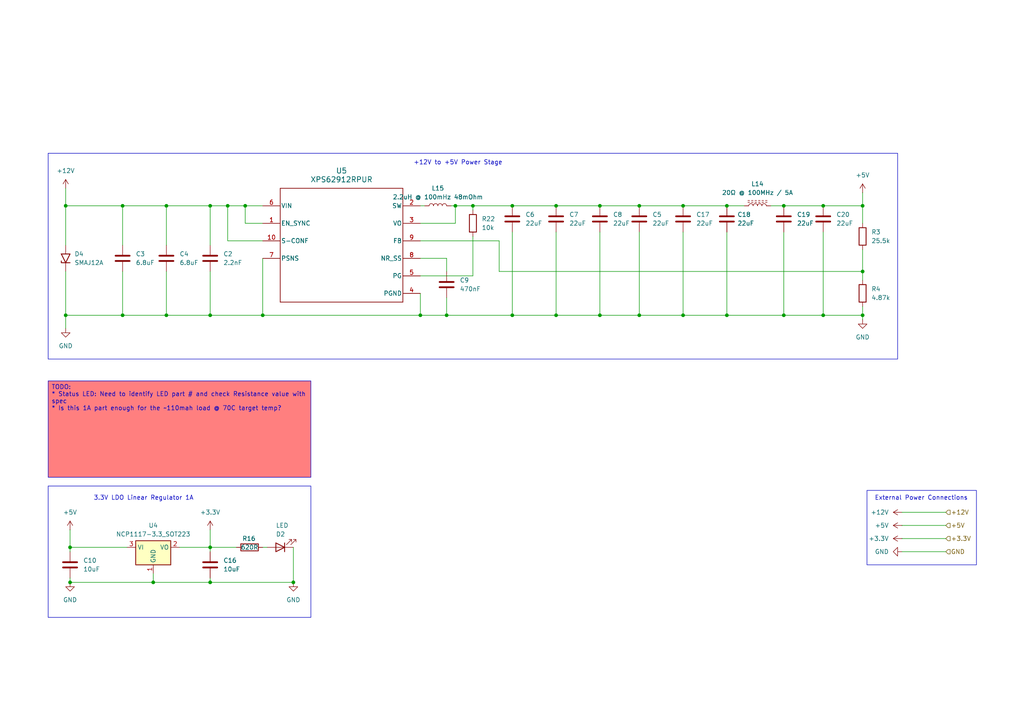
<source format=kicad_sch>
(kicad_sch (version 20231120) (generator "eeschema") (generator_version "8.0")
  (paper "A4")
  (lib_symbols
    (symbol "Device:C" (pin_numbers hide) (pin_names (offset 0.254))
      (property "Reference" "C" (at 0.635 2.54 0))
      (property "Value" "C" (at 0.635 -2.54 0))
      (symbol "C_0_1"
        (polyline (pts (xy -2.032 -0.762) (xy 2.032 -0.762)) (stroke (width 0.508)))
        (polyline (pts (xy -2.032 0.762) (xy 2.032 0.762)) (stroke (width 0.508)))
      )
      (symbol "C_1_1"
        (pin passive line (at 0 3.81 270) (length 2.794) (name "~") (number "1"))
        (pin passive line (at 0 -3.81 90) (length 2.794) (name "~") (number "2"))
      )
    )
    (symbol "Device:L" (pin_numbers hide) (pin_names (offset 1.016) hide)
      (property "Reference" "L" (at -1.27 0 90))
      (property "Value" "L" (at 1.905 0 90))
      (symbol "L_0_1"
        (arc (start 0 -2.54) (mid 0.6323 -1.905) (end 0 -1.27))
        (arc (start 0 -1.27) (mid 0.6323 -0.635) (end 0 0))
        (arc (start 0 0) (mid 0.6323 0.635) (end 0 1.27))
        (arc (start 0 1.27) (mid 0.6323 1.905) (end 0 2.54))
      )
      (symbol "L_1_1"
        (pin passive line (at 0 3.81 270) (length 1.27) (name "1") (number "1"))
        (pin passive line (at 0 -3.81 90) (length 1.27) (name "2") (number "2"))
      )
    )
    (symbol "Device:LED" (pin_numbers hide) (pin_names (offset 1.016) hide)
      (property "Reference" "D" (at 0 2.54 0))
      (property "Value" "LED" (at 0 -2.54 0))
      (symbol "LED_0_1"
        (polyline (pts (xy -1.27 -1.27) (xy -1.27 1.27)) (stroke (width 0.254)))
        (polyline (pts (xy -1.27 0) (xy 1.27 0)))
        (polyline (pts (xy 1.27 -1.27) (xy 1.27 1.27) (xy -1.27 0) (xy 1.27 -1.27)) (stroke (width 0.254)))
        (polyline (pts (xy -3.048 -0.762) (xy -4.572 -2.286) (xy -3.81 -2.286) (xy -4.572 -2.286) (xy -4.572 -1.524)))
        (polyline (pts (xy -1.778 -0.762) (xy -3.302 -2.286) (xy -2.54 -2.286) (xy -3.302 -2.286) (xy -3.302 -1.524)))
      )
      (symbol "LED_1_1"
        (pin passive line (at -3.81 0 0) (length 2.54) (name "K") (number "1"))
        (pin passive line (at 3.81 0 180) (length 2.54) (name "A") (number "2"))
      )
    )
    (symbol "Device:L_Ferrite" (pin_numbers hide) (pin_names (offset 1.016) hide)
      (property "Reference" "L" (at -1.27 0 90))
      (property "Value" "L_Ferrite" (at 2.794 0 90))
      (symbol "L_Ferrite_0_1"
        (arc (start 0 -2.54) (mid 0.6323 -1.905) (end 0 -1.27))
        (arc (start 0 -1.27) (mid 0.6323 -0.635) (end 0 0))
        (polyline (pts (xy 1.016 -2.794) (xy 1.016 -2.286)))
        (polyline (pts (xy 1.016 -1.778) (xy 1.016 -1.27)))
        (polyline (pts (xy 1.016 -0.762) (xy 1.016 -0.254)))
        (polyline (pts (xy 1.016 0.254) (xy 1.016 0.762)))
        (polyline (pts (xy 1.016 1.27) (xy 1.016 1.778)))
        (polyline (pts (xy 1.016 2.286) (xy 1.016 2.794)))
        (polyline (pts (xy 1.524 -2.286) (xy 1.524 -2.794)))
        (polyline (pts (xy 1.524 -1.27) (xy 1.524 -1.778)))
        (polyline (pts (xy 1.524 -0.254) (xy 1.524 -0.762)))
        (polyline (pts (xy 1.524 0.762) (xy 1.524 0.254)))
        (polyline (pts (xy 1.524 1.778) (xy 1.524 1.27)))
        (polyline (pts (xy 1.524 2.794) (xy 1.524 2.286)))
        (arc (start 0 0) (mid 0.6323 0.635) (end 0 1.27))
        (arc (start 0 1.27) (mid 0.6323 1.905) (end 0 2.54))
      )
      (symbol "L_Ferrite_1_1"
        (pin passive line (at 0 3.81 270) (length 1.27) (name "1") (number "1"))
        (pin passive line (at 0 -3.81 90) (length 1.27) (name "2") (number "2"))
      )
    )
    (symbol "Device:R" (pin_numbers hide) (pin_names (offset 0))
      (property "Reference" "R" (at 2.032 0 90))
      (property "Value" "R" (at 0 0 90))
      (symbol "R_0_1"
        (rectangle (start -1.016 -2.54) (end 1.016 2.54) (stroke (width 0.254)))
      )
      (symbol "R_1_1"
        (pin passive line (at 0 3.81 270) (length 1.27) (name "~") (number "1"))
        (pin passive line (at 0 -3.81 90) (length 1.27) (name "~") (number "2"))
      )
    )
    (symbol "Diode:SMAJ12A" (pin_numbers hide) (pin_names (offset 1.016) hide)
      (property "Reference" "D" (at 0 2.54 0))
      (property "Value" "SMAJ12A" (at 0 -2.54 0))
      (symbol "SMAJ12A_0_1"
        (polyline (pts (xy -0.762 1.27) (xy -1.27 1.27) (xy -1.27 -1.27)) (stroke (width 0.254)))
        (polyline (pts (xy 1.27 1.27) (xy 1.27 -1.27) (xy -1.27 0) (xy 1.27 1.27)) (stroke (width 0.254)))
      )
      (symbol "SMAJ12A_1_1"
        (pin passive line (at -3.81 0 0) (length 2.54) (name "A1") (number "1"))
        (pin passive line (at 3.81 0 180) (length 2.54) (name "A2") (number "2"))
      )
    )
    (symbol "Regulator_Linear:NCP1117-3.3_SOT223"
      (property "Reference" "U" (at -3.81 3.175 0))
      (property "Value" "NCP1117-3.3_SOT223" (at 0 3.175 0))
      (symbol "NCP1117-3.3_SOT223_0_1"
        (rectangle (start -5.08 -5.08) (end 5.08 1.905) (stroke (width 0.254)) (fill (type background)))
      )
      (symbol "NCP1117-3.3_SOT223_1_1"
        (pin power_in line (at 0 -7.62 90) (length 2.54) (name "GND") (number "1"))
        (pin power_out line (at 7.62 0 180) (length 2.54) (name "VO") (number "2"))
        (pin power_in line (at -7.62 0 0) (length 2.54) (name "VI") (number "3"))
      )
    )
    (symbol "TPS62912:XPS62912RPUR" (pin_names (offset 0.254))
      (property "Reference" "U" (at 0 2.54 0))
      (property "Value" "XPS62912RPUR" (at 0 0 0))
      (symbol "XPS62912RPUR_0_1"
        (polyline (pts (xy 5.08 -27.94) (xy 40.64 -27.94)) (stroke (width 0.2032)))
        (polyline (pts (xy 5.08 5.08) (xy 5.08 -27.94)) (stroke (width 0.2032)))
        (polyline (pts (xy 40.64 -27.94) (xy 40.64 5.08)) (stroke (width 0.2032)))
        (polyline (pts (xy 40.64 5.08) (xy 5.08 5.08)) (stroke (width 0.2032)))
        (pin input line (at 0 -5.08 0) (length 5.08) (name "EN_SYNC") (number "1"))
        (pin power_in line (at 0 -10.16 0) (length 5.08) (name "S-CONF") (number "10"))
        (pin unspecified line (at 45.72 0 180) (length 5.08) (name "SW") (number "2"))
        (pin unspecified line (at 45.72 -5.08 180) (length 5.08) (name "VO") (number "3"))
        (pin power_in line (at 45.72 -25.4 180) (length 5.08) (name "PGND") (number "4"))
        (pin open_collector line (at 45.72 -20.32 180) (length 5.08) (name "PG") (number "5"))
        (pin power_in line (at 0 0 0) (length 5.08) (name "VIN") (number "6"))
        (pin power_in line (at 0 -15.24 0) (length 5.08) (name "PSNS") (number "7"))
        (pin unspecified line (at 45.72 -15.24 180) (length 5.08) (name "NR_SS") (number "8"))
        (pin unspecified line (at 45.72 -10.16 180) (length 5.08) (name "FB") (number "9"))
      )
    )
    (symbol "power:+12V" (power) (pin_numbers hide) (pin_names (offset 0) hide)
      (property "Value" "+12V" (at 0 3.556 0))
      (symbol "+12V_0_1"
        (polyline (pts (xy -0.762 1.27) (xy 0 2.54)))
        (polyline (pts (xy 0 0) (xy 0 2.54)))
        (polyline (pts (xy 0 2.54) (xy 0.762 1.27)))
      )
      (symbol "+12V_1_1"
        (pin power_in line (at 0 0 90) (length 0) (name "~") (number "1"))
      )
    )
    (symbol "power:+24V" (power) (pin_numbers hide) (pin_names (offset 0) hide)
      (property "Value" "+24V" (at 0 3.556 0))
      (symbol "+24V_0_1"
        (polyline (pts (xy -0.762 1.27) (xy 0 2.54)))
        (polyline (pts (xy 0 0) (xy 0 2.54)))
        (polyline (pts (xy 0 2.54) (xy 0.762 1.27)))
      )
      (symbol "+24V_1_1"
        (pin power_in line (at 0 0 90) (length 0) (name "~") (number "1"))
      )
    )
    (symbol "power:+5V" (power) (pin_numbers hide) (pin_names (offset 0) hide)
      (property "Value" "+5V" (at 0 3.556 0))
      (symbol "+5V_0_1"
        (polyline (pts (xy -0.762 1.27) (xy 0 2.54)))
        (polyline (pts (xy 0 0) (xy 0 2.54)))
        (polyline (pts (xy 0 2.54) (xy 0.762 1.27)))
      )
      (symbol "+5V_1_1"
        (pin power_in line (at 0 0 90) (length 0) (name "~") (number "1"))
      )
    )
    (symbol "power:GND" (power) (pin_numbers hide) (pin_names (offset 0) hide)
      (property "Value" "GND" (at 0 -3.81 0))
      (symbol "GND_0_1"
        (polyline (pts (xy 0 0) (xy 0 -1.27) (xy 1.27 -1.27) (xy 0 -2.54) (xy -1.27 -1.27) (xy 0 -1.27)))
      )
      (symbol "GND_1_1"
        (pin power_in line (at 0 0 270) (length 0) (name "~") (number "1"))
      )
    )
  )
  (junction (at 227.33 91.44))
  (junction (at 35.56 59.69))
  (junction (at 60.96 59.69))
  (junction (at 227.33 59.69))
  (junction (at 35.56 91.44))
  (junction (at 198.12 59.69))
  (junction (at 60.96 91.44))
  (junction (at 148.59 91.44))
  (junction (at 71.12 59.69))
  (junction (at 66.04 59.69))
  (junction (at 48.26 91.44))
  (junction (at 19.05 59.69))
  (junction (at 198.12 91.44))
  (junction (at 210.82 91.44))
  (junction (at 121.92 91.44))
  (junction (at 161.29 59.69))
  (junction (at 238.76 91.44))
  (junction (at 185.42 91.44))
  (junction (at 210.82 59.69))
  (junction (at 250.19 91.44))
  (junction (at 20.32 158.75))
  (junction (at 48.26 59.69))
  (junction (at 137.16 59.69))
  (junction (at 238.76 59.69))
  (junction (at 44.45 168.91))
  (junction (at 85.09 168.91))
  (junction (at 161.29 91.44))
  (junction (at 250.19 78.74))
  (junction (at 60.96 168.91))
  (junction (at 132.08 59.69))
  (junction (at 173.99 91.44))
  (junction (at 250.19 59.69))
  (junction (at 76.2 91.44))
  (junction (at 19.05 91.44))
  (junction (at 60.96 158.75))
  (junction (at 185.42 59.69))
  (junction (at 173.99 59.69))
  (junction (at 129.54 91.44))
  (junction (at 20.32 168.91))
  (junction (at 148.59 59.69))
  (wire (pts (xy 210.82 67.31) (xy 210.82 91.44)))
  (wire (pts (xy 60.96 168.91) (xy 60.96 167.64)))
  (wire (pts (xy 210.82 59.69) (xy 215.9 59.69)))
  (wire (pts (xy 76.2 158.75) (xy 77.47 158.75)))
  (wire (pts (xy 198.12 59.69) (xy 210.82 59.69)))
  (wire (pts (xy 173.99 91.44) (xy 185.42 91.44)))
  (wire (pts (xy 238.76 59.69) (xy 250.19 59.69)))
  (wire (pts (xy 85.09 168.91) (xy 85.09 158.75)))
  (wire (pts (xy 60.96 158.75) (xy 52.07 158.75)))
  (wire (pts (xy 137.16 59.69) (xy 148.59 59.69)))
  (wire (pts (xy 44.45 168.91) (xy 60.96 168.91)))
  (wire (pts (xy 227.33 67.31) (xy 227.33 91.44)))
  (wire (pts (xy 60.96 59.69) (xy 60.96 71.12)))
  (wire (pts (xy 121.92 69.85) (xy 144.78 69.85)))
  (wire (pts (xy 35.56 78.74) (xy 35.56 91.44)))
  (wire (pts (xy 148.59 67.31) (xy 148.59 91.44)))
  (wire (pts (xy 20.32 160.02) (xy 20.32 158.75)))
  (wire (pts (xy 148.59 59.69) (xy 161.29 59.69)))
  (wire (pts (xy 137.16 80.01) (xy 137.16 68.58)))
  (wire (pts (xy 238.76 91.44) (xy 250.19 91.44)))
  (wire (pts (xy 250.19 72.39) (xy 250.19 78.74)))
  (wire (pts (xy 121.92 91.44) (xy 76.2 91.44)))
  (wire (pts (xy 20.32 168.91) (xy 44.45 168.91)))
  (wire (pts (xy 20.32 158.75) (xy 36.83 158.75)))
  (wire (pts (xy 19.05 91.44) (xy 35.56 91.44)))
  (wire (pts (xy 261.62 152.4) (xy 274.32 152.4)))
  (wire (pts (xy 137.16 60.96) (xy 137.16 59.69)))
  (wire (pts (xy 250.19 81.28) (xy 250.19 78.74)))
  (wire (pts (xy 198.12 67.31) (xy 198.12 91.44)))
  (wire (pts (xy 20.32 168.91) (xy 20.32 167.64)))
  (wire (pts (xy 19.05 91.44) (xy 19.05 95.25)))
  (wire (pts (xy 227.33 59.69) (xy 238.76 59.69)))
  (wire (pts (xy 173.99 67.31) (xy 173.99 91.44)))
  (wire (pts (xy 130.81 59.69) (xy 132.08 59.69)))
  (wire (pts (xy 121.92 91.44) (xy 129.54 91.44)))
  (wire (pts (xy 60.96 78.74) (xy 60.96 91.44)))
  (wire (pts (xy 129.54 74.93) (xy 129.54 78.74)))
  (wire (pts (xy 19.05 54.61) (xy 19.05 59.69)))
  (wire (pts (xy 19.05 78.74) (xy 19.05 91.44)))
  (wire (pts (xy 35.56 59.69) (xy 48.26 59.69)))
  (wire (pts (xy 129.54 91.44) (xy 148.59 91.44)))
  (wire (pts (xy 19.05 59.69) (xy 35.56 59.69)))
  (wire (pts (xy 19.05 59.69) (xy 19.05 71.12)))
  (wire (pts (xy 185.42 59.69) (xy 198.12 59.69)))
  (wire (pts (xy 161.29 59.69) (xy 173.99 59.69)))
  (wire (pts (xy 250.19 91.44) (xy 250.19 92.71)))
  (wire (pts (xy 35.56 59.69) (xy 35.56 71.12)))
  (wire (pts (xy 132.08 64.77) (xy 132.08 59.69)))
  (wire (pts (xy 223.52 59.69) (xy 227.33 59.69)))
  (wire (pts (xy 185.42 91.44) (xy 198.12 91.44)))
  (wire (pts (xy 66.04 59.69) (xy 66.04 69.85)))
  (wire (pts (xy 250.19 88.9) (xy 250.19 91.44)))
  (wire (pts (xy 20.32 153.67) (xy 20.32 158.75)))
  (wire (pts (xy 76.2 91.44) (xy 60.96 91.44)))
  (wire (pts (xy 121.92 74.93) (xy 129.54 74.93)))
  (wire (pts (xy 60.96 153.67) (xy 60.96 158.75)))
  (wire (pts (xy 238.76 67.31) (xy 238.76 91.44)))
  (wire (pts (xy 48.26 78.74) (xy 48.26 91.44)))
  (wire (pts (xy 161.29 67.31) (xy 161.29 91.44)))
  (wire (pts (xy 76.2 91.44) (xy 76.2 74.93)))
  (wire (pts (xy 185.42 67.31) (xy 185.42 91.44)))
  (wire (pts (xy 144.78 69.85) (xy 144.78 78.74)))
  (wire (pts (xy 60.96 160.02) (xy 60.96 158.75)))
  (wire (pts (xy 121.92 64.77) (xy 132.08 64.77)))
  (wire (pts (xy 71.12 64.77) (xy 76.2 64.77)))
  (wire (pts (xy 198.12 91.44) (xy 210.82 91.44)))
  (wire (pts (xy 71.12 59.69) (xy 76.2 59.69)))
  (wire (pts (xy 35.56 91.44) (xy 48.26 91.44)))
  (wire (pts (xy 261.62 160.02) (xy 274.32 160.02)))
  (wire (pts (xy 121.92 85.09) (xy 121.92 91.44)))
  (wire (pts (xy 129.54 86.36) (xy 129.54 91.44)))
  (wire (pts (xy 210.82 91.44) (xy 227.33 91.44)))
  (wire (pts (xy 144.78 78.74) (xy 250.19 78.74)))
  (wire (pts (xy 261.62 148.59) (xy 274.32 148.59)))
  (wire (pts (xy 48.26 59.69) (xy 60.96 59.69)))
  (wire (pts (xy 48.26 59.69) (xy 48.26 71.12)))
  (wire (pts (xy 60.96 59.69) (xy 66.04 59.69)))
  (wire (pts (xy 66.04 59.69) (xy 71.12 59.69)))
  (wire (pts (xy 173.99 59.69) (xy 185.42 59.69)))
  (wire (pts (xy 48.26 91.44) (xy 60.96 91.44)))
  (wire (pts (xy 123.19 59.69) (xy 121.92 59.69)))
  (wire (pts (xy 71.12 59.69) (xy 71.12 64.77)))
  (wire (pts (xy 148.59 91.44) (xy 161.29 91.44)))
  (wire (pts (xy 250.19 59.69) (xy 250.19 64.77)))
  (wire (pts (xy 44.45 168.91) (xy 44.45 166.37)))
  (wire (pts (xy 250.19 55.88) (xy 250.19 59.69)))
  (wire (pts (xy 161.29 91.44) (xy 173.99 91.44)))
  (wire (pts (xy 227.33 91.44) (xy 238.76 91.44)))
  (wire (pts (xy 60.96 168.91) (xy 85.09 168.91)))
  (wire (pts (xy 60.96 158.75) (xy 68.58 158.75)))
  (wire (pts (xy 76.2 69.85) (xy 66.04 69.85)))
  (wire (pts (xy 121.92 80.01) (xy 137.16 80.01)))
  (wire (pts (xy 261.62 156.21) (xy 274.32 156.21)))
  (wire (pts (xy 132.08 59.69) (xy 137.16 59.69)))
  (rectangle (start 13.97 140.97) (end 90.17 179.07))
  (rectangle (start 251.46 142.24) (end 283.21 163.83))
  (rectangle (start 13.97 44.45) (end 260.35 104.14))
  (text_box "TODO:\n* Status LED: Need to identify LED part # and check Resistance value with spec\n* Is this 1A part enough for the ~110mah load @ 70C target temp?" (at 13.97 110.49 0) (size 76.2 27.94) (fill (type color) (color 255 0 0 0.5)) (effects (font (size 1.27 1.27)) (justify left top)))
  (text "+12V to +5V Power Stage" (at 132.842 47.244 0) (effects (font (size 1.27 1.27))))
  (text "External Power Connections" (at 267.208 144.526 0) (effects (font (size 1.27 1.27))))
  (text "3.3V LDO Linear Regulator 1A" (at 41.656 144.526 0) (effects (font (size 1.27 1.27))))
  (hierarchical_label "+3.3V" (shape input) (at 274.32 156.21 0))
  (hierarchical_label "+12V" (shape input) (at 274.32 148.59 0))
  (hierarchical_label "GND" (shape input) (at 274.32 160.02 0))
  (hierarchical_label "+5V" (shape input) (at 274.32 152.4 0))
  (symbol (lib_id "power:GND") (at 19.05 95.25 0) (unit 1)
    (property "Reference" "#PWR01" (effects (hide yes)))
    (property "Value" "GND" (at 19.05 100.33 0))
    (property "Description" "Power symbol creates a global label with name \"GND\" , ground" (effects (hide yes)))
  )
  (symbol (lib_id "Device:C") (at 60.96 163.83 0) (unit 1)
    (property "Reference" "C16" (at 64.77 162.5599 0) (effects (justify left)))
    (property "Value" "10uF" (at 64.77 165.0999 0) (effects (justify left)))
    (property "Footprint" "Capacitor_SMD:C_0805_2012Metric_Pad1.18x1.45mm_HandSolder" (effects (hide yes)))
    (property "Description" "Unpolarized capacitor" (effects (hide yes)))
  )
  (symbol (lib_id "power:+24V") (at 261.62 156.21 90) (unit 1)
    (property "Reference" "#PWR027" (effects (hide yes)))
    (property "Value" "+3.3V" (at 257.81 156.2099 90) (effects (justify left)))
    (property "Description" "Power symbol creates a global label with name \"+24V\"" (effects (hide yes)))
  )
  (symbol (lib_id "Device:C") (at 185.42 63.5 0) (unit 1)
    (property "Reference" "C5" (at 189.23 62.2299 0) (effects (justify left)))
    (property "Value" "22uF" (at 189.23 64.7699 0) (effects (justify left)))
    (property "Footprint" "Capacitor_SMD:C_0805_2012Metric_Pad1.18x1.45mm_HandSolder" (effects (hide yes)))
    (property "Description" "Unpolarized capacitor" (effects (hide yes)))
  )
  (symbol (lib_id "power:+12V") (at 261.62 148.59 90) (unit 1)
    (property "Reference" "#PWR033" (effects (hide yes)))
    (property "Value" "+12V" (at 257.81 148.5899 90) (effects (justify left)))
    (property "Description" "Power symbol creates a global label with name \"+12V\"" (effects (hide yes)))
  )
  (symbol (lib_id "Device:C") (at 35.56 74.93 0) (unit 1)
    (property "Reference" "C3" (at 39.37 73.6599 0) (effects (justify left)))
    (property "Value" "6.8uF" (at 39.37 76.1999 0) (effects (justify left)))
    (property "Footprint" "Capacitor_SMD:C_0805_2012Metric_Pad1.18x1.45mm_HandSolder" (effects (hide yes)))
    (property "Description" "Unpolarized capacitor" (effects (hide yes)))
  )
  (symbol (lib_id "Device:C") (at 210.82 63.5 0) (unit 1)
    (property "Reference" "C18" (at 213.868 62.23 0) (effects (justify left)))
    (property "Value" "22uF" (at 213.868 64.77 0) (effects (justify left)))
    (property "Footprint" "Capacitor_SMD:C_0805_2012Metric_Pad1.18x1.45mm_HandSolder" (effects (hide yes)))
    (property "Description" "Unpolarized capacitor" (effects (hide yes)))
  )
  (symbol (lib_id "power:+5V") (at 250.19 55.88 0) (unit 1)
    (property "Reference" "#PWR032" (effects (hide yes)))
    (property "Value" "+5V" (at 250.19 50.8 0))
    (property "Description" "Power symbol creates a global label with name \"+5V\"" (effects (hide yes)))
  )
  (symbol (lib_id "Device:C") (at 60.96 74.93 0) (unit 1)
    (property "Reference" "C2" (at 64.77 73.6599 0) (effects (justify left)))
    (property "Value" "2.2nF" (at 64.77 76.1999 0) (effects (justify left)))
    (property "Footprint" "Capacitor_SMD:C_0805_2012Metric_Pad1.18x1.45mm_HandSolder" (effects (hide yes)))
    (property "Description" "Unpolarized capacitor" (effects (hide yes)))
  )
  (symbol (lib_id "power:+5V") (at 20.32 153.67 0) (unit 1)
    (property "Reference" "#PWR011" (effects (hide yes)))
    (property "Value" "+5V" (at 20.32 148.59 0))
    (property "Description" "Power symbol creates a global label with name \"+5V\"" (effects (hide yes)))
  )
  (symbol (lib_id "power:GND") (at 85.09 168.91 0) (unit 1)
    (property "Reference" "#PWR05" (effects (hide yes)))
    (property "Value" "GND" (at 85.09 173.99 0))
    (property "Description" "Power symbol creates a global label with name \"GND\" , ground" (effects (hide yes)))
  )
  (symbol (lib_id "power:+12V") (at 19.05 54.61 0) (unit 1)
    (property "Reference" "#PWR035" (effects (hide yes)))
    (property "Value" "+12V" (at 19.05 49.53 0))
    (property "Description" "Power symbol creates a global label with name \"+12V\"" (effects (hide yes)))
  )
  (symbol (lib_id "Device:LED") (at 81.28 158.75 180) (unit 1)
    (property "Reference" "D2" (at 80.01 154.94 0) (effects (justify right)))
    (property "Value" "LED" (at 80.01 152.4 0) (effects (justify right)))
    (property "Footprint" "LED_SMD:LED_1206_3216Metric_Pad1.42x1.75mm_HandSolder" (effects (hide yes)))
    (property "Description" "Light emitting diode" (effects (hide yes)))
  )
  (symbol (lib_id "Device:C") (at 48.26 74.93 0) (unit 1)
    (property "Reference" "C4" (at 52.07 73.6599 0) (effects (justify left)))
    (property "Value" "6.8uF" (at 52.07 76.1999 0) (effects (justify left)))
    (property "Footprint" "Capacitor_SMD:C_0805_2012Metric_Pad1.18x1.45mm_HandSolder" (effects (hide yes)))
    (property "Description" "Unpolarized capacitor" (effects (hide yes)))
  )
  (symbol (lib_id "Device:C") (at 198.12 63.5 0) (unit 1)
    (property "Reference" "C17" (at 201.93 62.2299 0) (effects (justify left)))
    (property "Value" "22uF" (at 201.93 64.7699 0) (effects (justify left)))
    (property "Footprint" "Capacitor_SMD:C_0805_2012Metric_Pad1.18x1.45mm_HandSolder" (effects (hide yes)))
    (property "Description" "Unpolarized capacitor" (effects (hide yes)))
  )
  (symbol (lib_id "Device:C") (at 227.33 63.5 0) (unit 1)
    (property "Reference" "C19" (at 231.14 62.23 0) (effects (justify left)))
    (property "Value" "22uF" (at 231.14 64.77 0) (effects (justify left)))
    (property "Footprint" "Capacitor_SMD:C_0805_2012Metric_Pad1.18x1.45mm_HandSolder" (effects (hide yes)))
    (property "Description" "Unpolarized capacitor" (effects (hide yes)))
  )
  (symbol (lib_id "Device:C") (at 238.76 63.5 0) (unit 1)
    (property "Reference" "C20" (at 242.57 62.2299 0) (effects (justify left)))
    (property "Value" "22uF" (at 242.57 64.7699 0) (effects (justify left)))
    (property "Footprint" "Capacitor_SMD:C_0805_2012Metric_Pad1.18x1.45mm_HandSolder" (effects (hide yes)))
    (property "Description" "Unpolarized capacitor" (effects (hide yes)))
  )
  (symbol (lib_id "power:GND") (at 261.62 160.02 270) (unit 1)
    (property "Reference" "#PWR030" (effects (hide yes)))
    (property "Value" "GND" (at 257.81 160.0199 90) (effects (justify right)))
    (property "Description" "Power symbol creates a global label with name \"GND\" , ground" (effects (hide yes)))
  )
  (symbol (lib_id "Device:C") (at 148.59 63.5 0) (unit 1)
    (property "Reference" "C6" (at 152.4 62.2299 0) (effects (justify left)))
    (property "Value" "22uF" (at 152.4 64.7699 0) (effects (justify left)))
    (property "Footprint" "Capacitor_SMD:C_0805_2012Metric_Pad1.18x1.45mm_HandSolder" (effects (hide yes)))
    (property "Description" "Unpolarized capacitor" (effects (hide yes)))
  )
  (symbol (lib_id "power:GND") (at 250.19 92.71 0) (unit 1)
    (property "Reference" "#PWR04" (effects (hide yes)))
    (property "Value" "GND" (at 250.19 97.79 0))
    (property "Description" "Power symbol creates a global label with name \"GND\" , ground" (effects (hide yes)))
  )
  (symbol (lib_id "power:+5V") (at 261.62 152.4 90) (unit 1)
    (property "Reference" "#PWR020" (effects (hide yes)))
    (property "Value" "+5V" (at 257.81 152.3999 90) (effects (justify left)))
    (property "Description" "Power symbol creates a global label with name \"+5V\"" (effects (hide yes)))
  )
  (symbol (lib_id "TPS62912:XPS62912RPUR") (at 76.2 59.69 0) (unit 1)
    (property "Reference" "U5" (at 99.06 49.53 0) (effects (font (size 1.524 1.524))))
    (property "Value" "XPS62912RPUR" (at 99.06 52.07 0) (effects (font (size 1.524 1.524))))
    (property "Footprint" "RPU0010A-MFG" (effects (hide yes)))
    (property "Datasheet" "XPS62912RPUR" (effects (hide yes)))
  )
  (symbol (lib_id "Device:R") (at 72.39 158.75 90) (unit 1)
    (property "Reference" "R16" (at 74.168 156.21 90) (effects (justify left)))
    (property "Value" "620R" (at 74.93 158.75 90) (effects (justify left)))
    (property "Footprint" "Resistor_SMD:R_0805_2012Metric_Pad1.20x1.40mm_HandSolder" (effects (hide yes)))
    (property "Description" "Resistor" (effects (hide yes)))
  )
  (symbol (lib_id "Device:C") (at 173.99 63.5 0) (unit 1)
    (property "Reference" "C8" (at 177.8 62.23 0) (effects (justify left)))
    (property "Value" "22uF" (at 177.8 64.77 0) (effects (justify left)))
    (property "Footprint" "Capacitor_SMD:C_0805_2012Metric_Pad1.18x1.45mm_HandSolder" (effects (hide yes)))
    (property "Description" "Unpolarized capacitor" (effects (hide yes)))
  )
  (symbol (lib_id "Device:C") (at 129.54 82.55 180) (unit 1)
    (property "Reference" "C9" (at 133.35 81.2799 0) (effects (justify right)))
    (property "Value" "470nF" (at 133.35 83.8199 0) (effects (justify right)))
    (property "Footprint" "Capacitor_SMD:C_0805_2012Metric_Pad1.18x1.45mm_HandSolder" (effects (hide yes)))
    (property "Description" "Unpolarized capacitor" (effects (hide yes)))
  )
  (symbol (lib_id "Diode:SMAJ12A") (at 19.05 74.93 90) (unit 1)
    (property "Reference" "D4" (at 21.59 73.6599 90) (effects (justify right)))
    (property "Value" "SMAJ12A" (at 21.59 76.1999 90) (effects (justify right)))
    (property "Footprint" "Diode_SMD:D_SMA" (effects (hide yes)))
    (property "Datasheet" "https://www.littelfuse.com/media?resourcetype=datasheets&itemid=75e32973-b177-4ee3-a0ff-cedaf1abdb93&filename=smaj-datasheet" (effects (hide yes)))
    (property "Description" "400W unidirectional Transient Voltage Suppressor, 12.0Vr, SMA(DO-214AC)" (effects (hide yes)))
  )
  (symbol (lib_id "power:GND") (at 20.32 168.91 0) (unit 1)
    (property "Reference" "#PWR012" (effects (hide yes)))
    (property "Value" "GND" (at 20.32 173.99 0))
    (property "Description" "Power symbol creates a global label with name \"GND\" , ground" (effects (hide yes)))
  )
  (symbol (lib_id "Device:L") (at 127 59.69 90) (unit 1)
    (property "Reference" "L15" (at 127 54.61 90))
    (property "Value" "2.2uH @ 100mHz 48mOhm" (at 127 57.15 90))
    (property "Footprint" "Inductor_SMD:L_Pulse_PA4320" (effects (hide yes)))
    (property "Description" "Inductor" (effects (hide yes)))
  )
  (symbol (lib_id "power:+24V") (at 60.96 153.67 0) (unit 1)
    (property "Reference" "#PWR014" (effects (hide yes)))
    (property "Value" "+3.3V" (at 60.96 148.59 0))
    (property "Description" "Power symbol creates a global label with name \"+24V\"" (effects (hide yes)))
  )
  (symbol (lib_id "Device:R") (at 250.19 85.09 0) (unit 1)
    (property "Reference" "R4" (at 252.73 83.8199 0) (effects (justify left)))
    (property "Value" "4.87k" (at 252.73 86.3599 0) (effects (justify left)))
    (property "Footprint" "Resistor_SMD:R_0805_2012Metric_Pad1.20x1.40mm_HandSolder" (effects (hide yes)))
    (property "Description" "Resistor" (effects (hide yes)))
  )
  (symbol (lib_id "Device:C") (at 161.29 63.5 0) (unit 1)
    (property "Reference" "C7" (at 165.1 62.2299 0) (effects (justify left)))
    (property "Value" "22uF" (at 165.1 64.7699 0) (effects (justify left)))
    (property "Footprint" "Capacitor_SMD:C_0805_2012Metric_Pad1.18x1.45mm_HandSolder" (effects (hide yes)))
    (property "Description" "Unpolarized capacitor" (effects (hide yes)))
  )
  (symbol (lib_id "Device:R") (at 250.19 68.58 0) (unit 1)
    (property "Reference" "R3" (at 252.73 67.3099 0) (effects (justify left)))
    (property "Value" "25.5k" (at 252.73 69.8499 0) (effects (justify left)))
    (property "Footprint" "Resistor_SMD:R_0805_2012Metric_Pad1.20x1.40mm_HandSolder" (effects (hide yes)))
    (property "Description" "Resistor" (effects (hide yes)))
  )
  (symbol (lib_id "Device:L_Ferrite") (at 219.71 59.69 90) (unit 1)
    (property "Reference" "L14" (at 219.71 53.34 90))
    (property "Value" "20Ω @ 100MHz / 5A" (at 219.71 55.88 90))
    (property "Footprint" "Inductor_SMD:L_0805_2012Metric_Pad1.05x1.20mm_HandSolder" (effects (hide yes)))
    (property "Description" "Inductor with ferrite core" (effects (hide yes)))
  )
  (symbol (lib_id "Regulator_Linear:NCP1117-3.3_SOT223") (at 44.45 158.75 0) (unit 1)
    (property "Reference" "U4" (at 44.45 152.4 0))
    (property "Value" "NCP1117-3.3_SOT223" (at 44.45 154.94 0))
    (property "Footprint" "Package_TO_SOT_SMD:SOT-223-3_TabPin2" (effects (hide yes)))
    (property "Datasheet" "http://www.onsemi.com/pub_link/Collateral/NCP1117-D.PDF" (effects (hide yes)))
    (property "Description" "1A Low drop-out regulator, Fixed Output 3.3V, SOT-223" (effects (hide yes)))
  )
  (symbol (lib_id "Device:R") (at 137.16 64.77 0) (unit 1)
    (property "Reference" "R22" (at 139.7 63.4999 0) (effects (justify left)))
    (property "Value" "10k" (at 139.7 66.0399 0) (effects (justify left)))
    (property "Footprint" "Resistor_SMD:R_0805_2012Metric_Pad1.20x1.40mm_HandSolder" (effects (hide yes)))
    (property "Description" "Resistor" (effects (hide yes)))
  )
  (symbol (lib_id "Device:C") (at 20.32 163.83 0) (unit 1)
    (property "Reference" "C10" (at 24.13 162.5599 0) (effects (justify left)))
    (property "Value" "10uF" (at 24.13 165.0999 0) (effects (justify left)))
    (property "Footprint" "Capacitor_SMD:C_0805_2012Metric_Pad1.18x1.45mm_HandSolder" (effects (hide yes)))
    (property "Description" "Unpolarized capacitor" (effects (hide yes)))
  )
)
</source>
